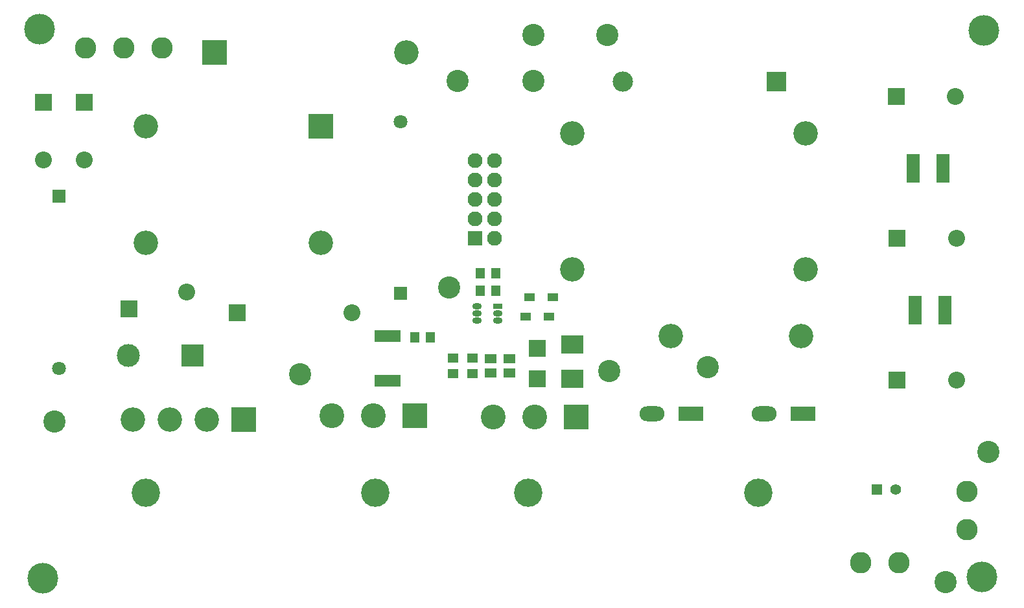
<source format=gbs>
G04 Layer_Color=16711935*
%FSLAX25Y25*%
%MOIN*%
G70*
G01*
G75*
%ADD64R,0.04800X0.05800*%
%ADD66R,0.08674X0.08674*%
%ADD67C,0.08674*%
%ADD68C,0.11430*%
%ADD69C,0.10446*%
%ADD70R,0.10446X0.10446*%
%ADD71C,0.07690*%
%ADD72R,0.07690X0.07690*%
%ADD73C,0.15800*%
%ADD74C,0.12611*%
%ADD75R,0.08674X0.08674*%
%ADD76C,0.11036*%
%ADD77C,0.05524*%
%ADD78R,0.05524X0.05524*%
%ADD79R,0.12611X0.12611*%
%ADD80O,0.12800X0.07769*%
%ADD81R,0.12800X0.07769*%
%ADD82C,0.12768*%
%ADD83R,0.12768X0.12768*%
%ADD84C,0.07099*%
%ADD85R,0.07099X0.07099*%
%ADD86C,0.11824*%
%ADD87R,0.11824X0.11824*%
%ADD88C,0.14579*%
%ADD89R,0.11599X0.09300*%
%ADD90R,0.05524X0.04147*%
%ADD91R,0.13792X0.06115*%
%ADD92R,0.05800X0.04800*%
%ADD93O,0.04934X0.03162*%
%ADD94R,0.04934X0.03162*%
%ADD95R,0.07099X0.14579*%
%ADD96R,0.06312X0.04737*%
D64*
X361500Y268000D02*
D03*
X369500D02*
D03*
X361500Y277000D02*
D03*
X369500D02*
D03*
X336000Y244000D02*
D03*
X328000D02*
D03*
D66*
X391000Y222626D02*
D03*
Y238374D02*
D03*
X576000Y222000D02*
D03*
Y295000D02*
D03*
X575500Y368000D02*
D03*
X181000Y258500D02*
D03*
X236500Y256500D02*
D03*
D67*
X606512Y222000D02*
D03*
Y295000D02*
D03*
X606012Y368000D02*
D03*
X137000Y335472D02*
D03*
X210528Y267161D02*
D03*
X158000Y335472D02*
D03*
X295555Y256500D02*
D03*
D68*
X142500Y200500D02*
D03*
X427000Y399500D02*
D03*
X350000Y376000D02*
D03*
X345500Y269500D02*
D03*
X389000Y376000D02*
D03*
Y399500D02*
D03*
X478500Y228500D02*
D03*
X623000Y185000D02*
D03*
X601000Y118000D02*
D03*
X269000Y225000D02*
D03*
X428000Y226500D02*
D03*
D69*
X435000Y375500D02*
D03*
D70*
X513740D02*
D03*
D71*
X359000Y335000D02*
D03*
Y325000D02*
D03*
Y315000D02*
D03*
Y305000D02*
D03*
X369000Y335000D02*
D03*
Y325000D02*
D03*
Y315000D02*
D03*
Y305000D02*
D03*
Y295000D02*
D03*
D72*
X359000D02*
D03*
D73*
X135000Y402500D02*
D03*
X136500Y120000D02*
D03*
X619500Y120500D02*
D03*
X620500Y402000D02*
D03*
D74*
X409000Y279000D02*
D03*
X529000D02*
D03*
Y349079D02*
D03*
X409000D02*
D03*
X189500Y352500D02*
D03*
Y292500D02*
D03*
X279500D02*
D03*
X182953Y201500D02*
D03*
X220984D02*
D03*
X201969D02*
D03*
X459571Y244500D02*
D03*
X526500D02*
D03*
X323425Y390500D02*
D03*
D75*
X137000Y365000D02*
D03*
X158000D02*
D03*
D76*
X612000Y164500D02*
D03*
Y144815D02*
D03*
X577000Y128000D02*
D03*
X557315D02*
D03*
X158500Y393000D02*
D03*
X178185D02*
D03*
X197870D02*
D03*
D77*
X575343Y165500D02*
D03*
D78*
X565500D02*
D03*
D79*
X279500Y352500D02*
D03*
X240000Y201500D02*
D03*
X225000Y390500D02*
D03*
D80*
X507500Y204500D02*
D03*
X450000D02*
D03*
D81*
X527500D02*
D03*
X470000D02*
D03*
D82*
X368244Y203000D02*
D03*
X389622D02*
D03*
X285244Y203500D02*
D03*
X306622D02*
D03*
D83*
X411000Y203000D02*
D03*
X328000Y203500D02*
D03*
D84*
X145000Y227917D02*
D03*
X320500Y355083D02*
D03*
D85*
X145000Y316500D02*
D03*
X320500Y266500D02*
D03*
D86*
X180705Y234500D02*
D03*
D87*
X213500D02*
D03*
D88*
X307630Y164000D02*
D03*
X189520D02*
D03*
X386370D02*
D03*
X504480D02*
D03*
D89*
X409000Y222799D02*
D03*
Y240201D02*
D03*
D90*
X399004Y264500D02*
D03*
X386996D02*
D03*
X384996Y254500D02*
D03*
X397004D02*
D03*
D91*
X314000Y244516D02*
D03*
Y221484D02*
D03*
D92*
X357500Y225260D02*
D03*
Y233260D02*
D03*
X347500D02*
D03*
Y225260D02*
D03*
D93*
X359870Y252520D02*
D03*
Y256260D02*
D03*
Y260000D02*
D03*
X370500Y252520D02*
D03*
Y256260D02*
D03*
D94*
Y260000D02*
D03*
D95*
X599677Y331000D02*
D03*
X584323D02*
D03*
X600677Y258000D02*
D03*
X585323D02*
D03*
D96*
X376500Y233000D02*
D03*
Y225520D02*
D03*
X367000Y233000D02*
D03*
Y225520D02*
D03*
M02*

</source>
